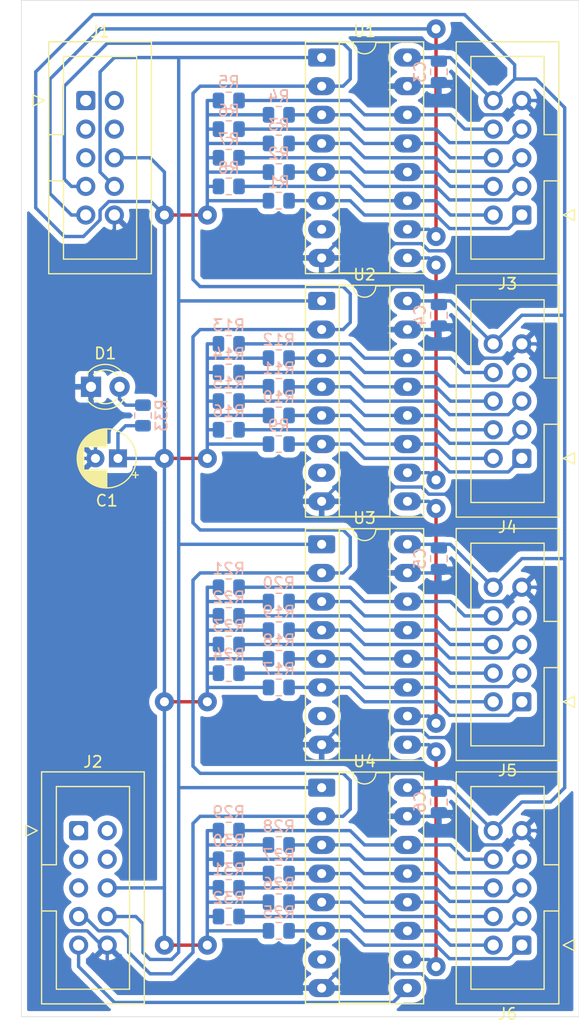
<source format=kicad_pcb>
(kicad_pcb
	(version 20241229)
	(generator "pcbnew")
	(generator_version "9.0")
	(general
		(thickness 1.6)
		(legacy_teardrops no)
	)
	(paper "A4")
	(layers
		(0 "F.Cu" signal)
		(2 "B.Cu" signal)
		(9 "F.Adhes" user "F.Adhesive")
		(11 "B.Adhes" user "B.Adhesive")
		(13 "F.Paste" user)
		(15 "B.Paste" user)
		(5 "F.SilkS" user "F.Silkscreen")
		(7 "B.SilkS" user "B.Silkscreen")
		(1 "F.Mask" user)
		(3 "B.Mask" user)
		(17 "Dwgs.User" user "User.Drawings")
		(19 "Cmts.User" user "User.Comments")
		(21 "Eco1.User" user "User.Eco1")
		(23 "Eco2.User" user "User.Eco2")
		(25 "Edge.Cuts" user)
		(27 "Margin" user)
		(31 "F.CrtYd" user "F.Courtyard")
		(29 "B.CrtYd" user "B.Courtyard")
		(35 "F.Fab" user)
		(33 "B.Fab" user)
		(39 "User.1" user)
		(41 "User.2" user)
		(43 "User.3" user)
		(45 "User.4" user)
	)
	(setup
		(pad_to_mask_clearance 0)
		(allow_soldermask_bridges_in_footprints no)
		(tenting front back)
		(pcbplotparams
			(layerselection 0x00000000_00000000_55555555_55555554)
			(plot_on_all_layers_selection 0x00000000_00000000_00000000_02000000)
			(disableapertmacros no)
			(usegerberextensions no)
			(usegerberattributes yes)
			(usegerberadvancedattributes yes)
			(creategerberjobfile yes)
			(dashed_line_dash_ratio 12.000000)
			(dashed_line_gap_ratio 3.000000)
			(svgprecision 4)
			(plotframeref no)
			(mode 1)
			(useauxorigin no)
			(hpglpennumber 1)
			(hpglpenspeed 20)
			(hpglpendiameter 15.000000)
			(pdf_front_fp_property_popups yes)
			(pdf_back_fp_property_popups yes)
			(pdf_metadata yes)
			(pdf_single_document no)
			(dxfpolygonmode yes)
			(dxfimperialunits yes)
			(dxfusepcbnewfont yes)
			(psnegative no)
			(psa4output no)
			(plot_black_and_white yes)
			(plotinvisibletext no)
			(sketchpadsonfab no)
			(plotpadnumbers no)
			(hidednponfab no)
			(sketchdnponfab yes)
			(crossoutdnponfab yes)
			(subtractmaskfromsilk no)
			(outputformat 4)
			(mirror no)
			(drillshape 2)
			(scaleselection 1)
			(outputdirectory "")
		)
	)
	(net 0 "")
	(net 1 "+5V")
	(net 2 "GND")
	(net 3 "unconnected-(J2-Pin_2-Pad2)")
	(net 4 "unconnected-(J2-Pin_4-Pad4)")
	(net 5 "unconnected-(J2-Pin_1-Pad1)")
	(net 6 "unconnected-(J2-Pin_3-Pad3)")
	(net 7 "unconnected-(J2-Pin_5-Pad5)")
	(net 8 "/CH 1/IN")
	(net 9 "/CH 1/CLK")
	(net 10 "/CH 1/LOAD")
	(net 11 "/CH 4/OUT")
	(net 12 "unconnected-(U1-~{Q7}-Pad7)")
	(net 13 "/CH 1/OUT")
	(net 14 "unconnected-(U2-~{Q7}-Pad7)")
	(net 15 "/CH 2/OUT")
	(net 16 "unconnected-(U3-~{Q7}-Pad7)")
	(net 17 "/CH 3/OUT")
	(net 18 "unconnected-(U4-~{Q7}-Pad7)")
	(net 19 "unconnected-(J1-Pin_1-Pad1)")
	(net 20 "unconnected-(J1-Pin_4-Pad4)")
	(net 21 "unconnected-(J1-Pin_2-Pad2)")
	(net 22 "unconnected-(J1-Pin_3-Pad3)")
	(net 23 "unconnected-(J1-Pin_5-Pad5)")
	(net 24 "Net-(J3-Pin_8)")
	(net 25 "Net-(J3-Pin_7)")
	(net 26 "Net-(J4-Pin_7)")
	(net 27 "Net-(J4-Pin_8)")
	(net 28 "Net-(J5-Pin_8)")
	(net 29 "Net-(J5-Pin_7)")
	(net 30 "Net-(J6-Pin_7)")
	(net 31 "Net-(J6-Pin_8)")
	(net 32 "Net-(J3-Pin_6)")
	(net 33 "Net-(J3-Pin_5)")
	(net 34 "Net-(J4-Pin_6)")
	(net 35 "Net-(J4-Pin_5)")
	(net 36 "Net-(J5-Pin_6)")
	(net 37 "Net-(J5-Pin_5)")
	(net 38 "Net-(J6-Pin_5)")
	(net 39 "Net-(J6-Pin_6)")
	(net 40 "Net-(J3-Pin_3)")
	(net 41 "Net-(J3-Pin_4)")
	(net 42 "Net-(J4-Pin_4)")
	(net 43 "Net-(J4-Pin_3)")
	(net 44 "Net-(J5-Pin_4)")
	(net 45 "Net-(J5-Pin_3)")
	(net 46 "Net-(J6-Pin_3)")
	(net 47 "Net-(J6-Pin_4)")
	(net 48 "Net-(J3-Pin_1)")
	(net 49 "Net-(J3-Pin_2)")
	(net 50 "Net-(J4-Pin_2)")
	(net 51 "Net-(J4-Pin_1)")
	(net 52 "Net-(J5-Pin_2)")
	(net 53 "Net-(J5-Pin_1)")
	(net 54 "Net-(J6-Pin_1)")
	(net 55 "Net-(J6-Pin_2)")
	(net 56 "Net-(D1-A)")
	(footprint "Connector_IDC:IDC-Header_2x05_P2.54mm_Vertical" (layer "F.Cu") (at 187.96 153.67 180))
	(footprint "Connector_IDC:IDC-Header_2x05_P2.54mm_Vertical" (layer "F.Cu") (at 187.96 132.08 180))
	(footprint "Connector_IDC:IDC-Header_2x05_P2.54mm_Vertical" (layer "F.Cu") (at 187.96 88.9 180))
	(footprint "LED_THT:LED_D3.0mm" (layer "F.Cu") (at 149.6875 104.14))
	(footprint "Connector_IDC:IDC-Header_2x05_P2.54mm_Vertical" (layer "F.Cu") (at 187.96 110.49 180))
	(footprint "Package_DIP:DIP-16_W7.62mm_Socket_LongPads" (layer "F.Cu") (at 170.18 74.93))
	(footprint "Package_DIP:DIP-16_W7.62mm_Socket_LongPads" (layer "F.Cu") (at 170.18 96.52))
	(footprint "Connector_IDC:IDC-Header_2x05_P2.54mm_Vertical" (layer "F.Cu") (at 148.59 143.51))
	(footprint "Connector_IDC:IDC-Header_2x05_P2.54mm_Vertical" (layer "F.Cu") (at 149.225 78.74))
	(footprint "Package_DIP:DIP-16_W7.62mm_Socket_LongPads" (layer "F.Cu") (at 170.18 139.7))
	(footprint "Capacitor_THT:CP_Radial_D5.0mm_P2.00mm" (layer "F.Cu") (at 152.085113 110.49 180))
	(footprint "Package_DIP:DIP-16_W7.62mm_Socket_LongPads" (layer "F.Cu") (at 170.18 118.11))
	(footprint "Resistor_SMD:R_0805_2012Metric" (layer "B.Cu") (at 161.925 148.59 180))
	(footprint "Resistor_SMD:R_0805_2012Metric" (layer "B.Cu") (at 166.37 106.68 180))
	(footprint "Resistor_SMD:R_0805_2012Metric" (layer "B.Cu") (at 161.925 100.33 180))
	(footprint "Resistor_SMD:R_0805_2012Metric" (layer "B.Cu") (at 166.37 104.14 180))
	(footprint "Resistor_SMD:R_0805_2012Metric" (layer "B.Cu") (at 166.37 123.19 180))
	(footprint "Resistor_SMD:R_0805_2012Metric" (layer "B.Cu") (at 166.37 128.27 180))
	(footprint "Resistor_SMD:R_0805_2012Metric" (layer "B.Cu") (at 166.37 147.32 180))
	(footprint "Resistor_SMD:R_0805_2012Metric" (layer "B.Cu") (at 154.305 106.68 90))
	(footprint "Resistor_SMD:R_0805_2012Metric" (layer "B.Cu") (at 166.37 125.73 180))
	(footprint "Resistor_SMD:R_0805_2012Metric" (layer "B.Cu") (at 166.37 80.01 180))
	(footprint "Resistor_SMD:R_0805_2012Metric" (layer "B.Cu") (at 161.925 105.41 180))
	(footprint "Resistor_SMD:R_0805_2012Metric" (layer "B.Cu") (at 161.925 151.13 180))
	(footprint "Resistor_SMD:R_0805_2012Metric"
		(layer "B.Cu")
		(uuid "79e5ca8e-cd1c-4e8d-b9a0-4dc68cea277a")
		(at 161.925 78.74 180)
		(descr "Resistor SMD 0805 (2012 Metric), square (rectangular) end terminal, IPC_7351 nominal, (Body size source: IPC-SM-782 page 72, https://www.pcb-3d.com/wordpress/wp-content/uploads/ipc-sm-782a_amendment_1_and_2.pdf), generated with kicad-footprint-generator")
		(tags "resistor")
		(property "Reference" "R5"
			(at 0 1.65 0)
			(layer "B.SilkS")
			(uuid "c2a6a458-8765-4ad1-86a2-387b400eed74")
			(effects
				(font
					(size 1 1)
					(thickness 0.15)
				)
				(justify mirror)
			)
		)
		(property "Value" "10k"
			(at 0 -1.65 0)
			(layer "B.Fab")
			(uuid "29e0fc80-965b-45cd-85b9-14df40bf3846")
			(effects
				(font
					(size 1 1)
					(thickness 0.15)
				)
				(justify mirror)
			)
		)
		(property "Datasheet" "https://www.mouser.pl/datasheet/2/447/PYu_RT_1_to_0_01_RoHS_L_12-3003070.pdf"
			(at 0 0 0)
			(unlocked yes)
			(layer "B.Fab")
			(hide yes)
			(uuid "9c303e83-2fa1-465c-b6c6-a735501a494e")
			(effects
				(font
					(size 1.27 1.27)
					(thickness 0.15)
				)
				(justify mirror)
			)
		)
		(property "Description" "10k Resistor 0805 1% 50ppm Thin Film YAEGO"
			(at 0 0 0)
			(unlocked yes)
			(layer "B.Fab")
			(hide yes)
			(uuid "f3027693-28fe-4402-b7eb-b1a50a04b59c")
			(effects
				(font
					(size 1.27 1.27)
					(thickness 0.15)
				)
				(justify mirror)
			)
		)
		(property "Tolerance" "1%"
			(at 0 0 0)
			(unlocked yes)
			(layer "B.Fab")
			(hide yes)
			(uuid "10daddda-7b55-47d5-a0da-05d51940eb41")
			(effects
				(font
					(size 1 1)
					(thickness 0.15)
				)
				(justify mirror)
			)
		)
		(property "TempCo" "50ppm"
			(at 0 0 0)
			(unlocked yes)
			(layer "B.Fab")
			(hide yes)
			(uuid "fa1b15eb-439c-4de7-bc99-4742ee79f197")
			(effects
				(font
					(size 1 1)
					(thickness 0.15)
				)
				(justify mirror)
			)
		)
		(property "Power" "0.125W"
			(at 0 0 0)
			(unlocked yes)
			(layer "B.Fab")
			(hide yes)
			(uuid "58f244b0-3ea7-4e5e-99e4-971ee2f8fbc5")
			(effects
				(font
					(size 1 1)
					(thickness 0.15)
				)
				(justify mirror)
			)
		)
		(property "MPN" "RT0805FRE0710KL"
			(at 0 0 0)
			(unlocked yes)
			(layer "B.Fab")
			(hide yes)
			(uuid "afb48c99-eb41-4b99-9d49-bacef19ce9c4")
			(effects
				(font
					(size 1 1)
					(thickness 0.15)
				)
				(justify mirror)
			)
		)
		(property "Mouser" "603-RT0805FRE0710KL"
			(at 0 0 0)
			(unlocked yes)
			(layer "B.Fab")
			(hide yes)
			(uuid "bd18f252-ddf6-4b94-8096-a86adbd2a1f7")
			(effects
				(font
					(size 1 1)
					(thickness 0.15)
				)
				(justify mirror)
			)
		)
		(property "Voltage" "150V"
			(at 0 0 0)
			(unlocked yes)
			(layer "B.Fab")
			(hide yes)
			(uuid "9200676f-9952-42da-9ed9-0ddf94b3928e")
			(effects
				(font
					(size 1 1)
					(thickness 0.15)
				)
				(justify mirror)
			)
		)
		(property ki_fp_filters "R_*")
		(path "/8e2c531b-5bc8-4bf2-8a52-6c2c17a5c0fe/b82312c8-90c6-4642-b6a0-2df56fc795c1")
		(sheetname "/CH 1/")
		(sheetfile "Channel.kicad_sch")
		(attr smd)
		(fp_line
			(start -0.227064 0.735)
			(end 0.227064 0.735)
			(stroke
				(width 0.12)
				(type solid)
			)
			(layer "B.SilkS")
			(uuid "433d0e27-eadb-4058-a682-3d326f185313")
		)
		(fp_line
			(start -0.227064 -0.735)
			(end 0.227064 -0.735)
			(stroke
				(width 0.12)
				(type solid)
			)
			(layer "B.SilkS")
			(uuid "84637f43-44bc-4860-80d1-6951ec893c37")
		)
		(fp_line
			(start 1.68 0.95)
			(end 1.68 -0.95)
			(stroke
	
... [332606 chars truncated]
</source>
